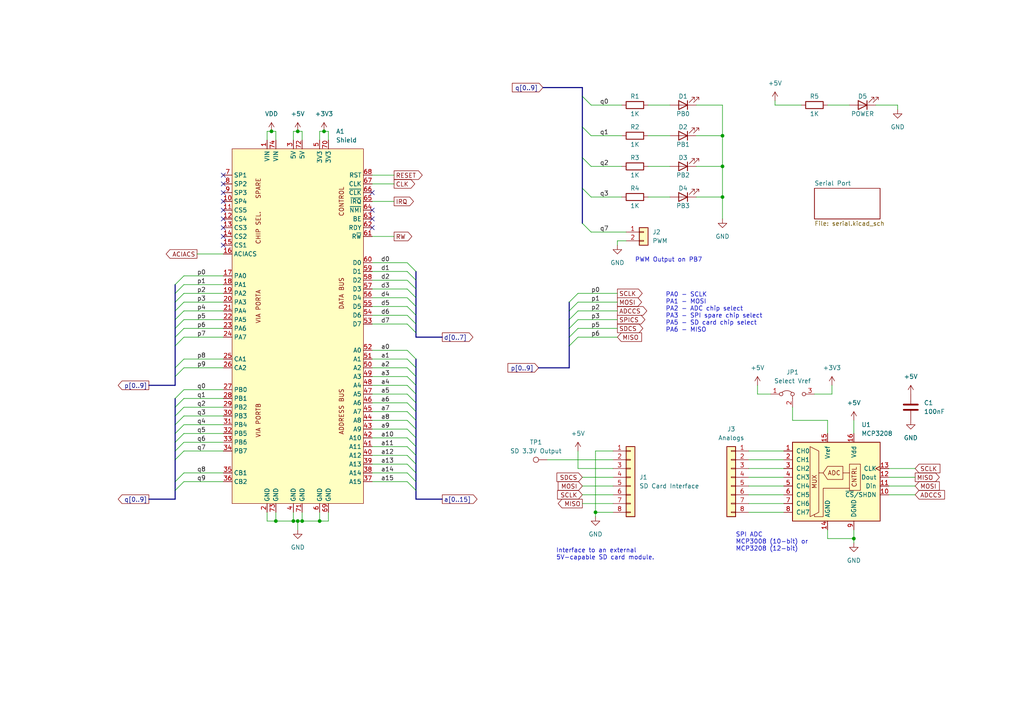
<source format=kicad_sch>
(kicad_sch (version 20230121) (generator eeschema)
  (paper "A4")
  (lib_symbols
    (symbol "Analog_ADC:MCP3208" (pin_names (offset 1.016))
      (property "Reference" "U" (at -5.08 13.335 0))
      (property "Value" "MCP3208" (at -5.08 11.43 0))
      (symbol "MCP3208_0_0"
        (text "ADC" (at -0.635 1.27 0) (effects (font (size 1.27 1.27))))
        (text "CNTRL" (at 5.969 -2.921 900) (effects (font (size 1.27 1.27)) (justify left bottom)))
        (text "MUX" (at -6.35 -1.27 900) (effects (font (size 1.27 1.27))))
      )
      (symbol "MCP3208_0_1"
        (polyline (pts (xy -3.81 1.27) (xy -5.08 1.27)))
        (polyline (pts (xy 1.905 1.27) (xy 3.81 1.27)))
        (polyline (pts (xy -7.62 8.89) (xy -7.62 -11.43) (xy -5.08 -10.16) (xy -5.08 7.62) (xy -7.62 8.89)))
        (polyline (pts (xy 3.81 -3.175) (xy -3.81 -3.175) (xy -3.81 -11.43) (xy -6.35 -11.43) (xy -6.35 -10.795)))
        (polyline (pts (xy 1.905 3.175) (xy 1.905 -0.635) (xy -2.54 -0.635) (xy -3.81 1.27) (xy -2.54 3.175) (xy 1.905 3.175)))
        (rectangle (start 3.81 -3.81) (end 6.985 3.81))
        (rectangle (start 12.7 -12.7) (end -12.7 10.16) (stroke (width 0.254)) (fill (type background)))
      )
      (symbol "MCP3208_1_1"
        (pin input line (at -15.24 7.62 0) (length 2.54) (name "CH0") (number "1"))
        (pin input line (at 15.24 -5.08 180) (length 2.54) (name "~{CS}/SHDN") (number "10"))
        (pin input line (at 15.24 -2.54 180) (length 2.54) (name "Din") (number "11"))
        (pin output line (at 15.24 0 180) (length 2.54) (name "Dout") (number "12"))
        (pin input clock (at 15.24 2.54 180) (length 2.54) (name "CLK") (number "13"))
        (pin power_in line (at -2.54 -15.24 90) (length 2.54) (name "AGND") (number "14"))
        (pin power_in line (at -2.54 12.7 270) (length 2.54) (name "Vref") (number "15"))
        (pin power_in line (at 5.08 12.7 270) (length 2.54) (name "Vdd") (number "16"))
        (pin input line (at -15.24 5.08 0) (length 2.54) (name "CH1") (number "2"))
        (pin input line (at -15.24 2.54 0) (length 2.54) (name "CH2") (number "3"))
        (pin input line (at -15.24 0 0) (length 2.54) (name "CH3") (number "4"))
        (pin input line (at -15.24 -2.54 0) (length 2.54) (name "CH4") (number "5"))
        (pin input line (at -15.24 -5.08 0) (length 2.54) (name "CH5") (number "6"))
        (pin input line (at -15.24 -7.62 0) (length 2.54) (name "CH6") (number "7"))
        (pin input line (at -15.24 -10.16 0) (length 2.54) (name "CH7") (number "8"))
        (pin power_in line (at 5.08 -15.24 90) (length 2.54) (name "DGND") (number "9"))
      )
    )
    (symbol "Connector:TestPoint" (pin_numbers hide) (pin_names (offset 0.762) hide)
      (property "Reference" "TP" (at 0 6.858 0))
      (property "Value" "TestPoint" (at 0 5.08 0))
      (symbol "TestPoint_0_1"
        (circle (center 0 3.302) (radius 0.762))
      )
      (symbol "TestPoint_1_1"
        (pin passive line (at 0 0 90) (length 2.54) (name "1") (number "1"))
      )
    )
    (symbol "Connector_Generic:Conn_01x02" (pin_names (offset 1.016) hide)
      (property "Reference" "J" (at 0 2.54 0))
      (property "Value" "Conn_01x02" (at 0 -5.08 0))
      (symbol "Conn_01x02_1_1"
        (rectangle (start -1.27 -2.413) (end 0 -2.667) (stroke (width 0.1524)))
        (rectangle (start -1.27 0.127) (end 0 -0.127) (stroke (width 0.1524)))
        (rectangle (start -1.27 1.27) (end 1.27 -3.81) (stroke (width 0.254)) (fill (type background)))
        (pin passive line (at -5.08 0 0) (length 3.81) (name "Pin_1") (number "1"))
        (pin passive line (at -5.08 -2.54 0) (length 3.81) (name "Pin_2") (number "2"))
      )
    )
    (symbol "Connector_Generic:Conn_01x08" (pin_names (offset 1.016) hide)
      (property "Reference" "J" (at 0 10.16 0))
      (property "Value" "Conn_01x08" (at 0 -12.7 0))
      (symbol "Conn_01x08_1_1"
        (rectangle (start -1.27 -10.033) (end 0 -10.287) (stroke (width 0.1524)))
        (rectangle (start -1.27 -7.493) (end 0 -7.747) (stroke (width 0.1524)))
        (rectangle (start -1.27 -4.953) (end 0 -5.207) (stroke (width 0.1524)))
        (rectangle (start -1.27 -2.413) (end 0 -2.667) (stroke (width 0.1524)))
        (rectangle (start -1.27 0.127) (end 0 -0.127) (stroke (width 0.1524)))
        (rectangle (start -1.27 2.667) (end 0 2.413) (stroke (width 0.1524)))
        (rectangle (start -1.27 5.207) (end 0 4.953) (stroke (width 0.1524)))
        (rectangle (start -1.27 7.747) (end 0 7.493) (stroke (width 0.1524)))
        (rectangle (start -1.27 8.89) (end 1.27 -11.43) (stroke (width 0.254)) (fill (type background)))
        (pin passive line (at -5.08 7.62 0) (length 3.81) (name "Pin_1") (number "1"))
        (pin passive line (at -5.08 5.08 0) (length 3.81) (name "Pin_2") (number "2"))
        (pin passive line (at -5.08 2.54 0) (length 3.81) (name "Pin_3") (number "3"))
        (pin passive line (at -5.08 0 0) (length 3.81) (name "Pin_4") (number "4"))
        (pin passive line (at -5.08 -2.54 0) (length 3.81) (name "Pin_5") (number "5"))
        (pin passive line (at -5.08 -5.08 0) (length 3.81) (name "Pin_6") (number "6"))
        (pin passive line (at -5.08 -7.62 0) (length 3.81) (name "Pin_7") (number "7"))
        (pin passive line (at -5.08 -10.16 0) (length 3.81) (name "Pin_8") (number "8"))
      )
    )
    (symbol "Device:C" (pin_numbers hide) (pin_names (offset 0.254))
      (property "Reference" "C" (at 0.635 2.54 0))
      (property "Value" "C" (at 0.635 -2.54 0))
      (symbol "C_0_1"
        (polyline (pts (xy -2.032 -0.762) (xy 2.032 -0.762)) (stroke (width 0.508)))
        (polyline (pts (xy -2.032 0.762) (xy 2.032 0.762)) (stroke (width 0.508)))
      )
      (symbol "C_1_1"
        (pin passive line (at 0 3.81 270) (length 2.794) (name "~") (number "1"))
        (pin passive line (at 0 -3.81 90) (length 2.794) (name "~") (number "2"))
      )
    )
    (symbol "Device:LED" (pin_numbers hide) (pin_names (offset 1.016) hide)
      (property "Reference" "D" (at 0 2.54 0))
      (property "Value" "LED" (at 0 -2.54 0))
      (symbol "LED_0_1"
        (polyline (pts (xy -1.27 -1.27) (xy -1.27 1.27)) (stroke (width 0.254)))
        (polyline (pts (xy -1.27 0) (xy 1.27 0)))
        (polyline (pts (xy 1.27 -1.27) (xy 1.27 1.27) (xy -1.27 0) (xy 1.27 -1.27)) (stroke (width 0.254)))
        (polyline (pts (xy -3.048 -0.762) (xy -4.572 -2.286) (xy -3.81 -2.286) (xy -4.572 -2.286) (xy -4.572 -1.524)))
        (polyline (pts (xy -1.778 -0.762) (xy -3.302 -2.286) (xy -2.54 -2.286) (xy -3.302 -2.286) (xy -3.302 -1.524)))
      )
      (symbol "LED_1_1"
        (pin passive line (at -3.81 0 0) (length 2.54) (name "K") (number "1"))
        (pin passive line (at 3.81 0 180) (length 2.54) (name "A") (number "2"))
      )
    )
    (symbol "Device:R" (pin_numbers hide) (pin_names (offset 0))
      (property "Reference" "R" (at 2.032 0 90))
      (property "Value" "R" (at 0 0 90))
      (symbol "R_0_1"
        (rectangle (start -1.016 -2.54) (end 1.016 2.54) (stroke (width 0.254)))
      )
      (symbol "R_1_1"
        (pin passive line (at 0 3.81 270) (length 1.27) (name "~") (number "1"))
        (pin passive line (at 0 -3.81 90) (length 1.27) (name "~") (number "2"))
      )
    )
    (symbol "Jumper:Jumper_3_Bridged12" (pin_names (offset 0) hide)
      (property "Reference" "JP" (at -2.54 -2.54 0))
      (property "Value" "Jumper_3_Bridged12" (at 0 2.794 0))
      (symbol "Jumper_3_Bridged12_0_0"
        (circle (center -3.302 0) (radius 0.508))
        (circle (center 0 0) (radius 0.508))
        (circle (center 3.302 0) (radius 0.508))
      )
      (symbol "Jumper_3_Bridged12_0_1"
        (arc (start -0.254 0.508) (mid -1.651 0.9912) (end -3.048 0.508))
        (polyline (pts (xy 0 -1.27) (xy 0 -0.508)))
      )
      (symbol "Jumper_3_Bridged12_1_1"
        (pin passive line (at -6.35 0 0) (length 2.54) (name "A") (number "1"))
        (pin passive line (at 0 -3.81 90) (length 2.54) (name "C") (number "2"))
        (pin passive line (at 6.35 0 180) (length 2.54) (name "B") (number "3"))
      )
    )
    (symbol "Shield:Stackable_6502_Shield"
      (property "Reference" "A" (at 13.97 2.54 0))
      (property "Value" "Stackable 6502 Shield" (at 24.13 0 0))
      (symbol "Stackable_6502_Shield_1_1"
        (rectangle (start -19.05 -2.54) (end 19.05 -105.41) (fill (type background)))
        (text "ADDRESS BUS" (at 12.7 -78.74 900) (effects (font (size 1.27 1.27))))
        (text "CHIP SEL." (at -11.43 -25.4 900) (effects (font (size 1.27 1.27))))
        (text "CONTROL" (at 12.7 -17.78 900) (effects (font (size 1.27 1.27))))
        (text "DATA BUS" (at 12.7 -44.45 900) (effects (font (size 1.27 1.27))))
        (text "SPARE" (at -11.43 -13.97 900) (effects (font (size 1.27 1.27))))
        (text "VIA PORTA" (at -11.43 -48.26 900) (effects (font (size 1.27 1.27))))
        (text "VIA PORTB" (at -11.43 -81.28 900) (effects (font (size 1.27 1.27))))
        (pin power_in line (at -8.89 0 270) (length 2.54) (name "VIN") (number "1"))
        (pin bidirectional line (at -21.59 -17.78 0) (length 2.54) (name "SP4") (number "10"))
        (pin input line (at -21.59 -20.32 0) (length 2.54) (name "CS5") (number "11"))
        (pin input line (at -21.59 -22.86 0) (length 2.54) (name "CS4") (number "12"))
        (pin input line (at -21.59 -25.4 0) (length 2.54) (name "CS3") (number "13"))
        (pin input line (at -21.59 -27.94 0) (length 2.54) (name "CS2") (number "14"))
        (pin input line (at -21.59 -30.48 0) (length 2.54) (name "CS1") (number "15"))
        (pin input line (at -21.59 -33.02 0) (length 2.54) (name "ACIACS") (number "16"))
        (pin bidirectional line (at -21.59 -39.37 0) (length 2.54) (name "PA0") (number "17"))
        (pin bidirectional line (at -21.59 -41.91 0) (length 2.54) (name "PA1") (number "18"))
        (pin bidirectional line (at -21.59 -44.45 0) (length 2.54) (name "PA2") (number "19"))
        (pin power_in line (at -8.89 -107.95 90) (length 2.54) (name "GND") (number "2"))
        (pin bidirectional line (at -21.59 -46.99 0) (length 2.54) (name "PA3") (number "20"))
        (pin bidirectional line (at -21.59 -49.53 0) (length 2.54) (name "PA4") (number "21"))
        (pin bidirectional line (at -21.59 -52.07 0) (length 2.54) (name "PA5") (number "22"))
        (pin bidirectional line (at -21.59 -54.61 0) (length 2.54) (name "PA6") (number "23"))
        (pin bidirectional line (at -21.59 -57.15 0) (length 2.54) (name "PA7") (number "24"))
        (pin bidirectional line (at -21.59 -63.5 0) (length 2.54) (name "CA1") (number "25"))
        (pin bidirectional line (at -21.59 -66.04 0) (length 2.54) (name "CA2") (number "26"))
        (pin bidirectional line (at -21.59 -72.39 0) (length 2.54) (name "PB0") (number "27"))
        (pin bidirectional line (at -21.59 -74.93 0) (length 2.54) (name "PB1") (number "28"))
        (pin bidirectional line (at -21.59 -77.47 0) (length 2.54) (name "PB2") (number "29"))
        (pin power_in line (at -1.27 0 270) (length 2.54) (name "5V") (number "3"))
        (pin bidirectional line (at -21.59 -80.01 0) (length 2.54) (name "PB3") (number "30"))
        (pin bidirectional line (at -21.59 -82.55 0) (length 2.54) (name "PB4") (number "31"))
        (pin bidirectional line (at -21.59 -85.09 0) (length 2.54) (name "PB5") (number "32"))
        (pin bidirectional line (at -21.59 -87.63 0) (length 2.54) (name "PB6") (number "33"))
        (pin bidirectional line (at -21.59 -90.17 0) (length 2.54) (name "PB7") (number "34"))
        (pin bidirectional line (at -21.59 -96.52 0) (length 2.54) (name "CB1") (number "35"))
        (pin bidirectional line (at -21.59 -99.06 0) (length 2.54) (name "CB2") (number "36"))
        (pin bidirectional line (at 21.59 -99.06 180) (length 2.54) (name "A15") (number "37"))
        (pin bidirectional line (at 21.59 -96.52 180) (length 2.54) (name "A14") (number "38"))
        (pin bidirectional line (at 21.59 -93.98 180) (length 2.54) (name "A13") (number "39"))
        (pin power_in line (at -1.27 -107.95 90) (length 2.54) (name "GND") (number "4"))
        (pin bidirectional line (at 21.59 -91.44 180) (length 2.54) (name "A12") (number "40"))
        (pin bidirectional line (at 21.59 -88.9 180) (length 2.54) (name "A11") (number "41"))
        (pin bidirectional line (at 21.59 -86.36 180) (length 2.54) (name "A10") (number "42"))
        (pin bidirectional line (at 21.59 -83.82 180) (length 2.54) (name "A9") (number "43"))
        (pin bidirectional line (at 21.59 -81.28 180) (length 2.54) (name "A8") (number "44"))
        (pin bidirectional line (at 21.59 -78.74 180) (length 2.54) (name "A7") (number "45"))
        (pin bidirectional line (at 21.59 -76.2 180) (length 2.54) (name "A6") (number "46"))
        (pin bidirectional line (at 21.59 -73.66 180) (length 2.54) (name "A5") (number "47"))
        (pin bidirectional line (at 21.59 -71.12 180) (length 2.54) (name "A4") (number "48"))
        (pin bidirectional line (at 21.59 -68.58 180) (length 2.54) (name "A3") (number "49"))
        (pin power_in line (at 6.35 0 270) (length 2.54) (name "3V3") (number "5"))
        (pin bidirectional line (at 21.59 -66.04 180) (length 2.54) (name "A2") (number "50"))
        (pin bidirectional line (at 21.59 -63.5 180) (length 2.54) (name "A1") (number "51"))
        (pin bidirectional line (at 21.59 -60.96 180) (length 2.54) (name "A0") (number "52"))
        (pin bidirectional line (at 21.59 -53.34 180) (length 2.54) (name "D7") (number "53"))
        (pin bidirectional line (at 21.59 -50.8 180) (length 2.54) (name "D6") (number "54"))
        (pin bidirectional line (at 21.59 -48.26 180) (length 2.54) (name "D5") (number "55"))
        (pin bidirectional line (at 21.59 -45.72 180) (length 2.54) (name "D4") (number "56"))
        (pin bidirectional line (at 21.59 -43.18 180) (length 2.54) (name "D3") (number "57"))
        (pin bidirectional line (at 21.59 -40.64 180) (length 2.54) (name "D2") (number "58"))
        (pin bidirectional line (at 21.59 -38.1 180) (length 2.54) (name "D1") (number "59"))
        (pin power_in line (at 6.35 -107.95 90) (length 2.54) (name "GND") (number "6"))
        (pin bidirectional line (at 21.59 -35.56 180) (length 2.54) (name "D0") (number "60"))
        (pin input line (at 21.59 -27.94 180) (length 2.54) (name "R~{W}") (number "61"))
        (pin output line (at 21.59 -25.4 180) (length 2.54) (name "RDY") (number "62"))
        (pin output line (at 21.59 -22.86 180) (length 2.54) (name "BE") (number "63"))
        (pin output line (at 21.59 -20.32 180) (length 2.54) (name "~{NMI}") (number "64"))
        (pin output line (at 21.59 -17.78 180) (length 2.54) (name "~{IRQ}") (number "65"))
        (pin input line (at 21.59 -15.24 180) (length 2.54) (name "~{CLK}") (number "66"))
        (pin input line (at 21.59 -12.7 180) (length 2.54) (name "CLK") (number "67"))
        (pin input line (at 21.59 -10.16 180) (length 2.54) (name "RST") (number "68"))
        (pin power_in line (at 8.89 -107.95 90) (length 2.54) (name "GND") (number "69"))
        (pin bidirectional line (at -21.59 -10.16 0) (length 2.54) (name "SP1") (number "7"))
        (pin power_in line (at 8.89 0 270) (length 2.54) (name "3V3") (number "70"))
        (pin power_in line (at 1.27 -107.95 90) (length 2.54) (name "GND") (number "71"))
        (pin power_in line (at 1.27 0 270) (length 2.54) (name "5V") (number "72"))
        (pin power_in line (at -6.35 -107.95 90) (length 2.54) (name "GND") (number "73"))
        (pin power_in line (at -6.35 0 270) (length 2.54) (name "VIN") (number "74"))
        (pin bidirectional line (at -21.59 -12.7 0) (length 2.54) (name "SP2") (number "8"))
        (pin bidirectional line (at -21.59 -15.24 0) (length 2.54) (name "SP3") (number "9"))
      )
    )
    (symbol "power:+3V3" (power) (pin_names (offset 0))
      (property "Value" "+3V3" (at 0 3.556 0))
      (symbol "+3V3_0_1"
        (polyline (pts (xy -0.762 1.27) (xy 0 2.54)))
        (polyline (pts (xy 0 0) (xy 0 2.54)))
        (polyline (pts (xy 0 2.54) (xy 0.762 1.27)))
      )
      (symbol "+3V3_1_1"
        (pin power_in line (at 0 0 90) (length 0) hide (name "+3V3") (number "1"))
      )
    )
    (symbol "power:+5V" (power) (pin_names (offset 0))
      (property "Value" "+5V" (at 0 3.556 0))
      (symbol "+5V_0_1"
        (polyline (pts (xy -0.762 1.27) (xy 0 2.54)))
        (polyline (pts (xy 0 0) (xy 0 2.54)))
        (polyline (pts (xy 0 2.54) (xy 0.762 1.27)))
      )
      (symbol "+5V_1_1"
        (pin power_in line (at 0 0 90) (length 0) hide (name "+5V") (number "1"))
      )
    )
    (symbol "power:GND" (power) (pin_names (offset 0))
      (property "Value" "GND" (at 0 -3.81 0))
      (symbol "GND_0_1"
        (polyline (pts (xy 0 0) (xy 0 -1.27) (xy 1.27 -1.27) (xy 0 -2.54) (xy -1.27 -1.27) (xy 0 -1.27)))
      )
      (symbol "GND_1_1"
        (pin power_in line (at 0 0 270) (length 0) hide (name "GND") (number "1"))
      )
    )
    (symbol "power:VDD" (power) (pin_names (offset 0))
      (property "Value" "VDD" (at 0 3.81 0))
      (symbol "VDD_0_1"
        (polyline (pts (xy -0.762 1.27) (xy 0 2.54)))
        (polyline (pts (xy 0 0) (xy 0 2.54)))
        (polyline (pts (xy 0 2.54) (xy 0.762 1.27)))
      )
      (symbol "VDD_1_1"
        (pin power_in line (at 0 0 90) (length 0) hide (name "VDD") (number "1"))
      )
    )
  )
  (junction (at 78.74 38.1))
  (junction (at 92.71 151.13))
  (junction (at 93.98 38.1))
  (junction (at 80.01 151.13))
  (junction (at 209.55 39.37))
  (junction (at 85.09 151.13))
  (junction (at 209.55 57.15))
  (junction (at 86.36 151.13))
  (junction (at 209.55 48.26))
  (junction (at 86.36 38.1))
  (junction (at 247.65 156.21))
  (junction (at 172.72 148.59))
  (junction (at 87.63 151.13))
  (no_connect (at 64.77 55.88))
  (no_connect (at 107.95 63.5))
  (no_connect (at 64.77 58.42))
  (no_connect (at 64.77 66.04))
  (no_connect (at 107.95 55.88))
  (no_connect (at 64.77 68.58))
  (no_connect (at 64.77 53.34))
  (no_connect (at 64.77 63.5))
  (no_connect (at 107.95 66.04))
  (no_connect (at 64.77 60.96))
  (no_connect (at 64.77 50.8))
  (no_connect (at 107.95 60.96))
  (no_connect (at 64.77 71.12))
  (bus_entry (at 118.11 104.14) (size 2.54 2.54))
  (bus_entry (at 53.34 80.01) (size -2.54 2.54))
  (bus_entry (at 118.11 119.38) (size 2.54 2.54))
  (bus_entry (at 53.34 125.73) (size -2.54 2.54))
  (bus_entry (at 118.11 121.92) (size 2.54 2.54))
  (bus_entry (at 53.34 118.11) (size -2.54 2.54))
  (bus_entry (at 118.11 129.54) (size 2.54 2.54))
  (bus_entry (at 118.11 127) (size 2.54 2.54))
  (bus_entry (at 53.34 115.57) (size -2.54 2.54))
  (bus_entry (at 118.11 81.28) (size 2.54 2.54))
  (bus_entry (at 168.91 64.77) (size 2.54 2.54))
  (bus_entry (at 53.34 104.14) (size -2.54 2.54))
  (bus_entry (at 53.34 92.71) (size -2.54 2.54))
  (bus_entry (at 167.64 97.79) (size -2.54 2.54))
  (bus_entry (at 171.45 57.15) (size -2.54 -2.54))
  (bus_entry (at 118.11 101.6) (size 2.54 2.54))
  (bus_entry (at 118.11 124.46) (size 2.54 2.54))
  (bus_entry (at 53.34 130.81) (size -2.54 2.54))
  (bus_entry (at 53.34 87.63) (size -2.54 2.54))
  (bus_entry (at 167.64 90.17) (size -2.54 2.54))
  (bus_entry (at 53.34 97.79) (size -2.54 2.54))
  (bus_entry (at 118.11 111.76) (size 2.54 2.54))
  (bus_entry (at 167.64 95.25) (size -2.54 2.54))
  (bus_entry (at 53.34 139.7) (size -2.54 2.54))
  (bus_entry (at 118.11 106.68) (size 2.54 2.54))
  (bus_entry (at 53.34 137.16) (size -2.54 2.54))
  (bus_entry (at 118.11 134.62) (size 2.54 2.54))
  (bus_entry (at 118.11 91.44) (size 2.54 2.54))
  (bus_entry (at 167.64 92.71) (size -2.54 2.54))
  (bus_entry (at 53.34 106.68) (size -2.54 2.54))
  (bus_entry (at 53.34 123.19) (size -2.54 2.54))
  (bus_entry (at 118.11 93.98) (size 2.54 2.54))
  (bus_entry (at 118.11 78.74) (size 2.54 2.54))
  (bus_entry (at 118.11 137.16) (size 2.54 2.54))
  (bus_entry (at 118.11 86.36) (size 2.54 2.54))
  (bus_entry (at 118.11 88.9) (size 2.54 2.54))
  (bus_entry (at 118.11 132.08) (size 2.54 2.54))
  (bus_entry (at 53.34 82.55) (size -2.54 2.54))
  (bus_entry (at 118.11 109.22) (size 2.54 2.54))
  (bus_entry (at 118.11 76.2) (size 2.54 2.54))
  (bus_entry (at 53.34 95.25) (size -2.54 2.54))
  (bus_entry (at 53.34 90.17) (size -2.54 2.54))
  (bus_entry (at 53.34 113.03) (size -2.54 2.54))
  (bus_entry (at 118.11 83.82) (size 2.54 2.54))
  (bus_entry (at 118.11 114.3) (size 2.54 2.54))
  (bus_entry (at 171.45 48.26) (size -2.54 -2.54))
  (bus_entry (at 167.64 87.63) (size -2.54 2.54))
  (bus_entry (at 118.11 116.84) (size 2.54 2.54))
  (bus_entry (at 168.91 27.94) (size 2.54 2.54))
  (bus_entry (at 53.34 128.27) (size -2.54 2.54))
  (bus_entry (at 53.34 120.65) (size -2.54 2.54))
  (bus_entry (at 171.45 39.37) (size -2.54 -2.54))
  (bus_entry (at 53.34 85.09) (size -2.54 2.54))
  (bus_entry (at 118.11 139.7) (size 2.54 2.54))
  (bus_entry (at 167.64 85.09) (size -2.54 2.54))
  (wire (pts (xy 171.45 48.26) (xy 180.34 48.26)))
  (bus (pts (xy 168.91 27.94) (xy 168.91 36.83)))
  (bus (pts (xy 120.65 106.68) (xy 120.65 109.22)))
  (wire (pts (xy 107.95 81.28) (xy 118.11 81.28)))
  (wire (pts (xy 171.45 57.15) (xy 180.34 57.15)))
  (bus (pts (xy 50.8 95.25) (xy 50.8 97.79)))
  (bus (pts (xy 50.8 90.17) (xy 50.8 92.71)))
  (bus (pts (xy 50.8 92.71) (xy 50.8 95.25)))
  (wire (pts (xy 80.01 148.59) (xy 80.01 151.13)))
  (wire (pts (xy 92.71 40.64) (xy 92.71 38.1)))
  (bus (pts (xy 50.8 82.55) (xy 50.8 85.09)))
  (wire (pts (xy 53.34 90.17) (xy 64.77 90.17)))
  (wire (pts (xy 260.35 30.48) (xy 260.35 31.75)))
  (wire (pts (xy 209.55 48.26) (xy 209.55 57.15)))
  (wire (pts (xy 53.34 87.63) (xy 64.77 87.63)))
  (wire (pts (xy 236.22 114.3) (xy 241.3 114.3)))
  (wire (pts (xy 53.34 106.68) (xy 64.77 106.68)))
  (wire (pts (xy 85.09 40.64) (xy 85.09 38.1)))
  (bus (pts (xy 168.91 54.61) (xy 168.91 64.77)))
  (bus (pts (xy 120.65 134.62) (xy 120.65 137.16)))
  (bus (pts (xy 120.65 93.98) (xy 120.65 96.52)))
  (wire (pts (xy 167.64 97.79) (xy 179.07 97.79)))
  (wire (pts (xy 224.79 30.48) (xy 232.41 30.48)))
  (wire (pts (xy 80.01 151.13) (xy 85.09 151.13)))
  (wire (pts (xy 53.34 97.79) (xy 64.77 97.79)))
  (wire (pts (xy 107.95 109.22) (xy 118.11 109.22)))
  (wire (pts (xy 187.96 48.26) (xy 194.31 48.26)))
  (bus (pts (xy 120.65 96.52) (xy 120.65 97.79)))
  (bus (pts (xy 120.65 121.92) (xy 120.65 124.46)))
  (wire (pts (xy 179.07 69.85) (xy 179.07 71.12)))
  (wire (pts (xy 247.65 156.21) (xy 247.65 157.48)))
  (bus (pts (xy 168.91 36.83) (xy 168.91 45.72)))
  (wire (pts (xy 53.34 95.25) (xy 64.77 95.25)))
  (bus (pts (xy 165.1 90.17) (xy 165.1 87.63)))
  (wire (pts (xy 53.34 125.73) (xy 64.77 125.73)))
  (wire (pts (xy 107.95 111.76) (xy 118.11 111.76)))
  (wire (pts (xy 107.95 116.84) (xy 118.11 116.84)))
  (wire (pts (xy 167.64 87.63) (xy 179.07 87.63)))
  (wire (pts (xy 107.95 76.2) (xy 118.11 76.2)))
  (bus (pts (xy 120.65 144.78) (xy 128.27 144.78)))
  (wire (pts (xy 201.93 39.37) (xy 209.55 39.37)))
  (wire (pts (xy 53.34 137.16) (xy 64.77 137.16)))
  (wire (pts (xy 240.03 156.21) (xy 247.65 156.21)))
  (bus (pts (xy 120.65 124.46) (xy 120.65 127)))
  (wire (pts (xy 187.96 57.15) (xy 194.31 57.15)))
  (wire (pts (xy 172.72 148.59) (xy 177.8 148.59)))
  (wire (pts (xy 107.95 50.8) (xy 114.3 50.8)))
  (wire (pts (xy 107.95 114.3) (xy 118.11 114.3)))
  (wire (pts (xy 209.55 30.48) (xy 209.55 39.37)))
  (wire (pts (xy 219.71 114.3) (xy 219.71 111.76)))
  (wire (pts (xy 167.64 135.89) (xy 167.64 130.81)))
  (wire (pts (xy 201.93 48.26) (xy 209.55 48.26)))
  (bus (pts (xy 50.8 139.7) (xy 50.8 142.24)))
  (wire (pts (xy 86.36 151.13) (xy 87.63 151.13)))
  (wire (pts (xy 87.63 40.64) (xy 87.63 38.1)))
  (wire (pts (xy 53.34 115.57) (xy 64.77 115.57)))
  (wire (pts (xy 53.34 128.27) (xy 64.77 128.27)))
  (wire (pts (xy 53.34 130.81) (xy 64.77 130.81)))
  (wire (pts (xy 107.95 68.58) (xy 114.3 68.58)))
  (bus (pts (xy 120.65 114.3) (xy 120.65 116.84)))
  (bus (pts (xy 50.8 111.76) (xy 43.18 111.76)))
  (bus (pts (xy 168.91 45.72) (xy 168.91 54.61)))
  (wire (pts (xy 171.45 30.48) (xy 180.34 30.48)))
  (bus (pts (xy 120.65 127) (xy 120.65 129.54)))
  (wire (pts (xy 92.71 148.59) (xy 92.71 151.13)))
  (wire (pts (xy 107.95 134.62) (xy 118.11 134.62)))
  (wire (pts (xy 177.8 135.89) (xy 167.64 135.89)))
  (wire (pts (xy 53.34 85.09) (xy 64.77 85.09)))
  (wire (pts (xy 209.55 57.15) (xy 209.55 63.5)))
  (bus (pts (xy 120.65 88.9) (xy 120.65 91.44)))
  (wire (pts (xy 107.95 139.7) (xy 118.11 139.7)))
  (wire (pts (xy 187.96 30.48) (xy 194.31 30.48)))
  (bus (pts (xy 120.65 119.38) (xy 120.65 121.92)))
  (wire (pts (xy 77.47 148.59) (xy 77.47 151.13)))
  (wire (pts (xy 107.95 88.9) (xy 118.11 88.9)))
  (wire (pts (xy 53.34 123.19) (xy 64.77 123.19)))
  (wire (pts (xy 53.34 104.14) (xy 64.77 104.14)))
  (wire (pts (xy 247.65 156.21) (xy 247.65 153.67)))
  (bus (pts (xy 50.8 120.65) (xy 50.8 123.19)))
  (wire (pts (xy 167.64 92.71) (xy 179.07 92.71)))
  (bus (pts (xy 50.8 133.35) (xy 50.8 139.7)))
  (wire (pts (xy 241.3 114.3) (xy 241.3 111.76)))
  (wire (pts (xy 107.95 119.38) (xy 118.11 119.38)))
  (wire (pts (xy 107.95 127) (xy 118.11 127)))
  (wire (pts (xy 257.81 140.97) (xy 265.43 140.97)))
  (wire (pts (xy 53.34 92.71) (xy 64.77 92.71)))
  (wire (pts (xy 172.72 130.81) (xy 172.72 148.59)))
  (wire (pts (xy 53.34 139.7) (xy 64.77 139.7)))
  (wire (pts (xy 240.03 30.48) (xy 246.38 30.48)))
  (wire (pts (xy 80.01 40.64) (xy 80.01 38.1)))
  (wire (pts (xy 107.95 137.16) (xy 118.11 137.16)))
  (wire (pts (xy 107.95 101.6) (xy 118.11 101.6)))
  (wire (pts (xy 87.63 38.1) (xy 86.36 38.1)))
  (wire (pts (xy 217.17 133.35) (xy 227.33 133.35)))
  (wire (pts (xy 107.95 106.68) (xy 118.11 106.68)))
  (wire (pts (xy 240.03 121.92) (xy 229.87 121.92)))
  (wire (pts (xy 85.09 148.59) (xy 85.09 151.13)))
  (wire (pts (xy 217.17 148.59) (xy 227.33 148.59)))
  (wire (pts (xy 107.95 104.14) (xy 118.11 104.14)))
  (wire (pts (xy 107.95 86.36) (xy 118.11 86.36)))
  (wire (pts (xy 92.71 38.1) (xy 93.98 38.1)))
  (bus (pts (xy 120.65 109.22) (xy 120.65 111.76)))
  (bus (pts (xy 120.65 139.7) (xy 120.65 142.24)))
  (wire (pts (xy 107.95 129.54) (xy 118.11 129.54)))
  (bus (pts (xy 50.8 106.68) (xy 50.8 109.22)))
  (bus (pts (xy 120.65 81.28) (xy 120.65 83.82)))
  (bus (pts (xy 120.65 142.24) (xy 120.65 144.78)))
  (wire (pts (xy 167.64 85.09) (xy 179.07 85.09)))
  (wire (pts (xy 240.03 125.73) (xy 240.03 121.92)))
  (wire (pts (xy 53.34 120.65) (xy 64.77 120.65)))
  (bus (pts (xy 50.8 97.79) (xy 50.8 100.33)))
  (wire (pts (xy 85.09 38.1) (xy 86.36 38.1)))
  (bus (pts (xy 120.65 111.76) (xy 120.65 114.3)))
  (wire (pts (xy 223.52 114.3) (xy 219.71 114.3)))
  (wire (pts (xy 53.34 82.55) (xy 64.77 82.55)))
  (wire (pts (xy 86.36 151.13) (xy 86.36 153.67)))
  (wire (pts (xy 172.72 148.59) (xy 172.72 149.86)))
  (wire (pts (xy 177.8 130.81) (xy 172.72 130.81)))
  (wire (pts (xy 57.15 73.66) (xy 64.77 73.66)))
  (wire (pts (xy 224.79 29.21) (xy 224.79 30.48)))
  (wire (pts (xy 257.81 138.43) (xy 265.43 138.43)))
  (bus (pts (xy 50.8 125.73) (xy 50.8 128.27)))
  (bus (pts (xy 120.65 83.82) (xy 120.65 86.36)))
  (wire (pts (xy 171.45 67.31) (xy 181.61 67.31)))
  (bus (pts (xy 50.8 118.11) (xy 50.8 120.65)))
  (wire (pts (xy 217.17 135.89) (xy 227.33 135.89)))
  (wire (pts (xy 92.71 151.13) (xy 95.25 151.13)))
  (bus (pts (xy 165.1 100.33) (xy 165.1 97.79)))
  (wire (pts (xy 53.34 80.01) (xy 64.77 80.01)))
  (wire (pts (xy 107.95 78.74) (xy 118.11 78.74)))
  (wire (pts (xy 158.75 133.35) (xy 177.8 133.35)))
  (wire (pts (xy 95.25 151.13) (xy 95.25 148.59)))
  (wire (pts (xy 107.95 53.34) (xy 114.3 53.34)))
  (wire (pts (xy 201.93 57.15) (xy 209.55 57.15)))
  (wire (pts (xy 168.91 140.97) (xy 177.8 140.97)))
  (wire (pts (xy 171.45 39.37) (xy 180.34 39.37)))
  (wire (pts (xy 187.96 39.37) (xy 194.31 39.37)))
  (wire (pts (xy 168.91 143.51) (xy 177.8 143.51)))
  (wire (pts (xy 85.09 151.13) (xy 86.36 151.13)))
  (bus (pts (xy 156.21 106.68) (xy 165.1 106.68)))
  (wire (pts (xy 95.25 40.64) (xy 95.25 38.1)))
  (wire (pts (xy 257.81 143.51) (xy 265.43 143.51)))
  (wire (pts (xy 209.55 39.37) (xy 209.55 48.26)))
  (bus (pts (xy 157.48 25.4) (xy 168.91 25.4)))
  (wire (pts (xy 107.95 93.98) (xy 118.11 93.98)))
  (bus (pts (xy 50.8 128.27) (xy 50.8 130.81)))
  (wire (pts (xy 168.91 146.05) (xy 177.8 146.05)))
  (wire (pts (xy 217.17 146.05) (xy 227.33 146.05)))
  (bus (pts (xy 120.65 116.84) (xy 120.65 119.38)))
  (bus (pts (xy 120.65 97.79) (xy 128.27 97.79)))
  (wire (pts (xy 240.03 153.67) (xy 240.03 156.21)))
  (bus (pts (xy 120.65 91.44) (xy 120.65 93.98)))
  (bus (pts (xy 120.65 86.36) (xy 120.65 88.9)))
  (bus (pts (xy 50.8 109.22) (xy 50.8 111.76)))
  (bus (pts (xy 120.65 137.16) (xy 120.65 139.7)))
  (bus (pts (xy 165.1 97.79) (xy 165.1 95.25)))
  (bus (pts (xy 120.65 129.54) (xy 120.65 132.08)))
  (bus (pts (xy 120.65 78.74) (xy 120.65 81.28)))
  (wire (pts (xy 77.47 38.1) (xy 78.74 38.1)))
  (wire (pts (xy 53.34 113.03) (xy 64.77 113.03)))
  (bus (pts (xy 165.1 92.71) (xy 165.1 90.17)))
  (bus (pts (xy 50.8 85.09) (xy 50.8 87.63)))
  (wire (pts (xy 107.95 124.46) (xy 118.11 124.46)))
  (wire (pts (xy 247.65 121.92) (xy 247.65 125.73)))
  (wire (pts (xy 107.95 121.92) (xy 118.11 121.92)))
  (wire (pts (xy 87.63 151.13) (xy 92.71 151.13)))
  (wire (pts (xy 107.95 132.08) (xy 118.11 132.08)))
  (bus (pts (xy 50.8 123.19) (xy 50.8 125.73)))
  (wire (pts (xy 107.95 58.42) (xy 114.3 58.42)))
  (bus (pts (xy 165.1 95.25) (xy 165.1 92.71)))
  (wire (pts (xy 167.64 95.25) (xy 179.07 95.25)))
  (wire (pts (xy 201.93 30.48) (xy 209.55 30.48)))
  (wire (pts (xy 107.95 91.44) (xy 118.11 91.44)))
  (wire (pts (xy 168.91 138.43) (xy 177.8 138.43)))
  (wire (pts (xy 217.17 130.81) (xy 227.33 130.81)))
  (bus (pts (xy 168.91 25.4) (xy 168.91 27.94)))
  (bus (pts (xy 50.8 130.81) (xy 50.8 133.35)))
  (wire (pts (xy 77.47 40.64) (xy 77.47 38.1)))
  (wire (pts (xy 229.87 121.92) (xy 229.87 118.11)))
  (wire (pts (xy 95.25 38.1) (xy 93.98 38.1)))
  (bus (pts (xy 50.8 142.24) (xy 50.8 144.78)))
  (bus (pts (xy 50.8 144.78) (xy 43.18 144.78)))
  (wire (pts (xy 167.64 90.17) (xy 179.07 90.17)))
  (wire (pts (xy 77.47 151.13) (xy 80.01 151.13)))
  (wire (pts (xy 107.95 83.82) (xy 118.11 83.82)))
  (wire (pts (xy 217.17 140.97) (xy 227.33 140.97)))
  (bus (pts (xy 120.65 104.14) (xy 120.65 106.68)))
  (wire (pts (xy 87.63 148.59) (xy 87.63 151.13)))
  (bus (pts (xy 50.8 100.33) (xy 50.8 106.68)))
  (wire (pts (xy 80.01 38.1) (xy 78.74 38.1)))
  (bus (pts (xy 50.8 115.57) (xy 50.8 118.11)))
  (wire (pts (xy 217.17 143.51) (xy 227.33 143.51)))
  (bus (pts (xy 165.1 106.68) (xy 165.1 100.33)))
  (wire (pts (xy 53.34 118.11) (xy 64.77 118.11)))
  (wire (pts (xy 254 30.48) (xy 260.35 30.48)))
  (wire (pts (xy 217.17 138.43) (xy 227.33 138.43)))
  (bus (pts (xy 50.8 87.63) (xy 50.8 90.17)))
  (wire (pts (xy 181.61 69.85) (xy 179.07 69.85)))
  (wire (pts (xy 257.81 135.89) (xy 265.43 135.89)))
  (bus (pts (xy 120.65 132.08) (xy 120.65 134.62)))
  (text "PA0 - SCLK\nPA1 - MOSI\nPA2 - ADC chip select\nPA3 - SPI spare chip select\nPA5 - SD card chip select\nPA6 - MISO\n" (at 193.04 96.52 0) (effects (font (size 1.27 1.27)) (justify left bottom)))
  (text "PWM Output on PB7" (at 184.15 76.2 0) (effects (font (size 1.27 1.27)) (justify left bottom)))
  (text "SPI ADC\nMCP3008 (10-bit) or\nMCP3208 (12-bit)" (at 213.36 160.02 0) (effects (font (size 1.27 1.27)) (justify left bottom)))
  (text "Interface to an external\n5V-capable SD card module." (at 161.29 162.56 0) (effects (font (size 1.27 1.27)) (justify left bottom)))
  (label "p1" (at 57.15 82.55 0))
  (label "a12" (at 110.49 132.08 0))
  (label "a3" (at 110.49 109.22 0))
  (label "a0" (at 110.49 101.6 0))
  (label "a9" (at 110.49 124.46 0))
  (label "q1" (at 57.15 115.57 0))
  (label "q2" (at 173.99 48.26 0))
  (label "q6" (at 57.15 128.27 0))
  (label "p9" (at 57.15 106.68 0))
  (label "p5" (at 57.15 92.71 0))
  (label "p0" (at 171.45 85.09 0))
  (label "a14" (at 110.49 137.16 0))
  (label "d6" (at 110.49 91.44 0))
  (label "q0" (at 57.15 113.03 0))
  (label "q0" (at 173.99 30.48 0))
  (label "p4" (at 57.15 90.17 0))
  (label "a8" (at 110.49 121.92 0))
  (label "q4" (at 57.15 123.19 0))
  (label "a10" (at 110.49 127 0))
  (label "q3" (at 57.15 120.65 0))
  (label "a5" (at 110.49 114.3 0))
  (label "q7" (at 173.99 67.31 0))
  (label "a1" (at 110.49 104.14 0))
  (label "p3" (at 57.15 87.63 0))
  (label "p8" (at 57.15 104.14 0))
  (label "a2" (at 110.49 106.68 0))
  (label "q2" (at 57.15 118.11 0))
  (label "d2" (at 110.49 81.28 0))
  (label "d0" (at 110.49 76.2 0))
  (label "p2" (at 171.45 90.17 0))
  (label "q1" (at 173.99 39.37 0))
  (label "d3" (at 110.49 83.82 0))
  (label "q8" (at 57.15 137.16 0))
  (label "d7" (at 110.49 93.98 0))
  (label "a11" (at 110.49 129.54 0))
  (label "p2" (at 57.15 85.09 0))
  (label "q7" (at 57.15 130.81 0))
  (label "d5" (at 110.49 88.9 0))
  (label "p5" (at 171.45 95.25 0))
  (label "a4" (at 110.49 111.76 0))
  (label "d4" (at 110.49 86.36 0))
  (label "q3" (at 173.99 57.15 0))
  (label "p6" (at 57.15 95.25 0))
  (label "q5" (at 57.15 125.73 0))
  (label "p0" (at 57.15 80.01 0))
  (label "d1" (at 110.49 78.74 0))
  (label "a15" (at 110.49 139.7 0))
  (label "q9" (at 57.15 139.7 0))
  (label "p1" (at 171.45 87.63 0))
  (label "a6" (at 110.49 116.84 0))
  (label "p7" (at 57.15 97.79 0))
  (label "p6" (at 171.45 97.79 0))
  (label "a7" (at 110.49 119.38 0))
  (label "p3" (at 171.45 92.71 0))
  (label "a13" (at 110.49 134.62 0))
  (global_label "MOSI" (shape input) (at 265.43 140.97 0) (property "Intersheetrefs" "${INTERSHEET_REFS}" (effects hide)))
  (global_label "SDCS" (shape output) (at 179.07 95.25 0) (property "Intersheetrefs" "${INTERSHEET_REFS}" (effects hide)))
  (global_label "MISO" (shape output) (at 168.91 146.05 180) (property "Intersheetrefs" "${INTERSHEET_REFS}" (effects hide)))
  (global_label "RESET" (shape output) (at 114.3 50.8 0) (property "Intersheetrefs" "${INTERSHEET_REFS}" (effects hide)))
  (global_label "MOSI" (shape input) (at 168.91 140.97 180) (property "Intersheetrefs" "${INTERSHEET_REFS}" (effects hide)))
  (global_label "SCLK" (shape output) (at 179.07 85.09 0) (property "Intersheetrefs" "${INTERSHEET_REFS}" (effects hide)))
  (global_label "q[0..9]" (shape input) (at 157.48 25.4 180) (property "Intersheetrefs" "${INTERSHEET_REFS}" (effects hide)))
  (global_label "SPICS" (shape output) (at 179.07 92.71 0) (property "Intersheetrefs" "${INTERSHEET_REFS}" (effects hide)))
  (global_label "CLK" (shape output) (at 114.3 53.34 0) (property "Intersheetrefs" "${INTERSHEET_REFS}" (effects hide)))
  (global_label "q[0..9]" (shape output) (at 43.18 144.78 180) (property "Intersheetrefs" "${INTERSHEET_REFS}" (effects hide)))
  (global_label "ACIACS" (shape output) (at 57.15 73.66 180) (property "Intersheetrefs" "${INTERSHEET_REFS}" (effects hide)))
  (global_label "SCLK" (shape input) (at 265.43 135.89 0) (property "Intersheetrefs" "${INTERSHEET_REFS}" (effects hide)))
  (global_label "SDCS" (shape input) (at 168.91 138.43 180) (property "Intersheetrefs" "${INTERSHEET_REFS}" (effects hide)))
  (global_label "MISO" (shape input) (at 179.07 97.79 0) (property "Intersheetrefs" "${INTERSHEET_REFS}" (effects hide)))
  (global_label "RW" (shape output) (at 114.3 68.58 0) (property "Intersheetrefs" "${INTERSHEET_REFS}" (effects hide)))
  (global_label "ADCCS" (shape input) (at 265.43 143.51 0) (property "Intersheetrefs" "${INTERSHEET_REFS}" (effects hide)))
  (global_label "p[0..9]" (shape output) (at 43.18 111.76 180) (property "Intersheetrefs" "${INTERSHEET_REFS}" (effects hide)))
  (global_label "a[0..15]" (shape output) (at 128.27 144.78 0) (property "Intersheetrefs" "${INTERSHEET_REFS}" (effects hide)))
  (global_label "d[0..7]" (shape output) (at 128.27 97.79 0) (property "Intersheetrefs" "${INTERSHEET_REFS}" (effects hide)))
  (global_label "SCLK" (shape input) (at 168.91 143.51 180) (property "Intersheetrefs" "${INTERSHEET_REFS}" (effects hide)))
  (global_label "MISO" (shape output) (at 265.43 138.43 0) (property "Intersheetrefs" "${INTERSHEET_REFS}" (effects hide)))
  (global_label "ADCCS" (shape output) (at 179.07 90.17 0) (property "Intersheetrefs" "${INTERSHEET_REFS}" (effects hide)))
  (global_label "MOSI" (shape output) (at 179.07 87.63 0) (property "Intersheetrefs" "${INTERSHEET_REFS}" (effects hide)))
  (global_label "IRQ" (shape output) (at 114.3 58.42 0) (property "Intersheetrefs" "${INTERSHEET_REFS}" (effects hide)))
  (global_label "p[0..9]" (shape input) (at 156.21 106.68 180) (property "Intersheetrefs" "${INTERSHEET_REFS}" (effects hide)))
  (symbol (lib_id "power:GND") (at 264.16 121.92 0) (unit 1)
    (property "Reference" "#PWR014" (effects hide))
    (property "Value" "GND" (at 264.16 127 0))
  )
  (symbol (lib_id "Device:R") (at 184.15 48.26 90) (unit 1)
    (property "Reference" "R3" (at 184.15 45.72 90))
    (property "Value" "1K" (at 184.15 50.8 90))
    (property "Footprint" "Resistor_THT:R_Axial_DIN0207_L6.3mm_D2.5mm_P7.62mm_Horizontal" (effects hide))
  )
  (symbol (lib_id "power:+3V3") (at 93.98 38.1 0) (unit 1)
    (property "Reference" "#PWR04" (effects hide))
    (property "Value" "+3V3" (at 93.98 33.02 0))
  )
  (symbol (lib_id "Device:R") (at 184.15 30.48 90) (unit 1)
    (property "Reference" "R1" (at 184.15 27.94 90))
    (property "Value" "1K" (at 184.15 33.02 90))
    (property "Footprint" "Resistor_THT:R_Axial_DIN0207_L6.3mm_D2.5mm_P7.62mm_Horizontal" (effects hide))
  )
  (symbol (lib_id "Device:C") (at 264.16 118.11 0) (unit 1)
    (property "Reference" "C1" (at 267.97 116.84 0) (effects (justify left)))
    (property "Value" "100nF" (at 267.97 119.38 0) (effects (justify left)))
    (property "Footprint" "Capacitor_THT:C_Disc_D5.0mm_W2.5mm_P5.00mm" (effects hide))
  )
  (symbol (lib_id "power:GND") (at 247.65 157.48 0) (unit 1)
    (property "Reference" "#PWR011" (effects hide))
    (property "Value" "GND" (at 247.65 162.56 0))
  )
  (symbol (lib_id "Device:R") (at 184.15 39.37 90) (unit 1)
    (property "Reference" "R2" (at 184.15 36.83 90))
    (property "Value" "1K" (at 184.15 41.91 90))
    (property "Footprint" "Resistor_THT:R_Axial_DIN0207_L6.3mm_D2.5mm_P7.62mm_Horizontal" (effects hide))
  )
  (symbol (lib_id "Device:LED") (at 198.12 30.48 180) (unit 1)
    (property "Reference" "D1" (at 198.12 27.94 0))
    (property "Value" "PB0" (at 198.12 33.02 0))
    (property "Footprint" "LED_THT:LED_D3.0mm" (effects hide))
  )
  (symbol (lib_id "Device:LED") (at 250.19 30.48 180) (unit 1)
    (property "Reference" "D5" (at 250.19 27.94 0))
    (property "Value" "POWER" (at 250.19 33.02 0))
    (property "Footprint" "LED_THT:LED_D3.0mm" (effects hide))
  )
  (symbol (lib_id "Connector:TestPoint") (at 158.75 133.35 90) (unit 1)
    (property "Reference" "TP1" (at 155.448 128.27 90))
    (property "Value" "SD 3.3V Output" (at 155.448 130.81 90))
    (property "Footprint" "TestPoint:TestPoint_Pad_D1.0mm" (effects hide))
  )
  (symbol (lib_id "power:GND") (at 86.36 153.67 0) (unit 1)
    (property "Reference" "#PWR03" (effects hide))
    (property "Value" "GND" (at 86.36 158.75 0))
  )
  (symbol (lib_id "power:+5V") (at 167.64 130.81 0) (unit 1)
    (property "Reference" "#PWR05" (effects hide))
    (property "Value" "+5V" (at 167.64 125.73 0))
  )
  (symbol (lib_id "Device:LED") (at 198.12 57.15 180) (unit 1)
    (property "Reference" "D4" (at 198.12 54.61 0))
    (property "Value" "PB3" (at 198.12 59.69 0))
    (property "Footprint" "LED_THT:LED_D3.0mm" (effects hide))
  )
  (symbol (lib_id "power:VDD") (at 78.74 38.1 0) (unit 1)
    (property "Reference" "#PWR01" (effects hide))
    (property "Value" "VDD" (at 78.74 33.02 0))
  )
  (symbol (lib_id "power:GND") (at 172.72 149.86 0) (unit 1)
    (property "Reference" "#PWR06" (effects hide))
    (property "Value" "GND" (at 172.72 154.94 0))
  )
  (symbol (lib_id "Device:R") (at 184.15 57.15 90) (unit 1)
    (property "Reference" "R4" (at 184.15 54.61 90))
    (property "Value" "1K" (at 184.15 59.69 90))
    (property "Footprint" "Resistor_THT:R_Axial_DIN0207_L6.3mm_D2.5mm_P7.62mm_Horizontal" (effects hide))
  )
  (symbol (lib_id "power:GND") (at 260.35 31.75 0) (unit 1)
    (property "Reference" "#PWR012" (effects hide))
    (property "Value" "GND" (at 260.35 36.83 0))
  )
  (symbol (lib_id "Connector_Generic:Conn_01x08") (at 182.88 138.43 0) (unit 1)
    (property "Reference" "J1" (at 185.42 138.43 0) (effects (justify left)))
    (property "Value" "SD Card Interface" (at 185.42 140.97 0) (effects (justify left)))
    (property "Footprint" "Connector_PinSocket_2.54mm:PinSocket_1x08_P2.54mm_Vertical" (effects hide))
  )
  (symbol (lib_id "Device:LED") (at 198.12 39.37 180) (unit 1)
    (property "Reference" "D2" (at 198.12 36.83 0))
    (property "Value" "PB1" (at 198.12 41.91 0))
    (property "Footprint" "LED_THT:LED_D3.0mm" (effects hide))
  )
  (symbol (lib_id "Jumper:Jumper_3_Bridged12") (at 229.87 114.3 0) (unit 1)
    (property "Reference" "JP1" (at 229.87 107.95 0))
    (property "Value" "Select Vref" (at 229.87 110.49 0))
    (property "Footprint" "Jumper:SolderJumper-3_P1.3mm_Bridged12_Pad1.0x1.5mm" (effects hide))
  )
  (symbol (lib_id "power:+5V") (at 247.65 121.92 0) (unit 1)
    (property "Reference" "#PWR010" (effects hide))
    (property "Value" "+5V" (at 247.65 116.84 0))
  )
  (symbol (lib_id "power:+5V") (at 264.16 114.3 0) (unit 1)
    (property "Reference" "#PWR013" (effects hide))
    (property "Value" "+5V" (at 264.16 109.22 0))
  )
  (symbol (lib_id "power:+5V") (at 86.36 38.1 0) (unit 1)
    (property "Reference" "#PWR02" (effects hide))
    (property "Value" "+5V" (at 86.36 33.02 0))
  )
  (symbol (lib_id "power:+5V") (at 224.79 29.21 0) (unit 1)
    (property "Reference" "#PWR09" (effects hide))
    (property "Value" "+5V" (at 224.79 24.13 0))
  )
  (symbol (lib_id "power:+5V") (at 219.71 111.76 0) (unit 1)
    (property "Reference" "#PWR026" (effects hide))
    (property "Value" "+5V" (at 219.71 106.68 0))
  )
  (symbol (lib_id "power:+3V3") (at 241.3 111.76 0) (unit 1)
    (property "Reference" "#PWR027" (effects hide))
    (property "Value" "+3V3" (at 241.3 106.68 0))
  )
  (symbol (lib_id "Analog_ADC:MCP3208") (at 242.57 138.43 0) (unit 1)
    (property "Reference" "U1" (at 249.8441 123.19 0) (effects (justify left)))
    (property "Value" "MCP3208" (at 249.8441 125.73 0) (effects (justify left)))
    (property "Footprint" "Package_DIP:DIP-16_W7.62mm" (effects hide))
    (property "Datasheet" "http://ww1.microchip.com/downloads/en/DeviceDoc/21298c.pdf" (effects hide))
  )
  (symbol (lib_id "Connector_Generic:Conn_01x08") (at 212.09 138.43 0) (mirror y) (unit 1)
    (property "Reference" "J3" (at 212.09 124.46 0))
    (property "Value" "Analogs" (at 212.09 127 0))
    (property "Footprint" "Connector_PinSocket_2.54mm:PinSocket_1x08_P2.54mm_Vertical" (effects hide))
  )
  (symbol (lib_id "Device:LED") (at 198.12 48.26 180) (unit 1)
    (property "Reference" "D3" (at 198.12 45.72 0))
    (property "Value" "PB2" (at 198.12 50.8 0))
    (property "Footprint" "LED_THT:LED_D3.0mm" (effects hide))
  )
  (symbol (lib_id "Connector_Generic:Conn_01x02") (at 186.69 67.31 0) (unit 1)
    (property "Reference" "J2" (at 189.23 67.31 0) (effects (justify left)))
    (property "Value" "PWM" (at 189.23 69.85 0) (effects (justify left)))
    (property "Footprint" "Connector_PinSocket_2.54mm:PinSocket_1x02_P2.54mm_Vertical" (effects hide))
  )
  (symbol (lib_id "power:GND") (at 209.55 63.5 0) (unit 1)
    (property "Reference" "#PWR08" (effects hide))
    (property "Value" "GND" (at 209.55 68.58 0))
  )
  (symbol (lib_id "power:GND") (at 179.07 71.12 0) (unit 1)
    (property "Reference" "#PWR07" (effects hide))
    (property "Value" "GND" (at 179.07 76.2 0))
  )
  (symbol (lib_id "Shield:Stackable_6502_Shield") (at 86.36 40.64 0) (unit 1)
    (property "Reference" "A1" (at 97.4441 38.1 0) (effects (justify left)))
    (property "Value" "Shield" (at 97.4441 40.64 0) (effects (justify left)))
    (property "Footprint" "Stackable6502Shield:Stackable6502Shield" (effects hide))
  )
  (symbol (lib_id "Device:R") (at 236.22 30.48 90) (unit 1)
    (property "Reference" "R5" (at 236.22 27.94 90))
    (property "Value" "1K" (at 236.22 33.02 90))
    (property "Footprint" "Resistor_THT:R_Axial_DIN0207_L6.3mm_D2.5mm_P7.62mm_Horizontal" (effects hide))
  )
  (sheet (at 236.22 54.61) (size 19.05 8.89) (stroke (width 0.1524))
    (property "Sheetname" "Serial Port" (at 236.22 53.8984 0) (effects (justify left bottom)))
    (property "Sheetfile" "serial.kicad_sch" (at 236.22 64.0846 0) (effects (justify left top)))
  )
)
</source>
